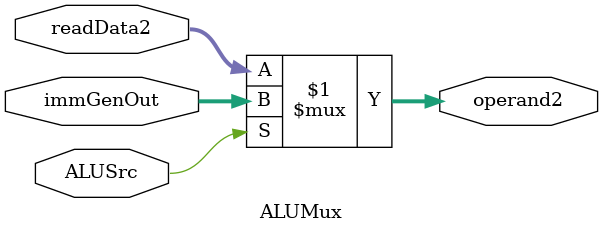
<source format=v>
`timescale 1ns / 1ps

module ALU (
    input [31:0] readData1,
    input [31:0] readData2,
    input [31:0] immGenOut,
    input [2:0] funct3,
    input [1:0] ALUOp,
    input i30,
    input ALUSrc,

    output [31:0] result,
    output zeroFlag,
    output [3:0] ALUControl_out
);

  wire [ 3:0] ALUControl;
  wire [31:0] operand2;

  ALUControlUnit aluControlUnit (
      .i30(i30),
      .funct3(funct3),
      .ALUOp(ALUOp),
      .ALUControl(ALUControl)
  );

  ALUMux aluMux (
      .readData2(readData2),
      .immGenOut(immGenOut),
      .ALUSrc(ALUSrc),
      .operand2(operand2)
  );

  ALUCore aluCore (
      .ALUControl(ALUControl),
      .operand1(readData1),
      .operand2(operand2),
      .result(result),
      .zeroFlag(zeroFlag)
  );

  assign ALUControl_out = ALUControl;

endmodule


module ALUCore (
    input [ 3:0] ALUControl,
    input [31:0] operand1,
    input [31:0] operand2,

    output reg [31:0] result,
    output reg zeroFlag
);

  always @(*) begin
    case (ALUControl)
      4'b0000: result = operand1 & operand2;  // and
      4'b0001: result = operand1 | operand2;  // or
      4'b0010: result = operand1 + operand2;  // add
      4'b0011: result = operand1 - operand2;  // sub
      4'b0100: result = operand1 - operand2;  // bge
      4'b0101: result = operand1 - operand2;  // blt
      4'b0110: result = operand1 - operand2;  // beq
      4'b0111: result = operand1 - operand2;  // bne
      4'b1000: result = operand1 << operand2;  // slli/sll
      4'b1001: result = operand1 >> operand2;  // srli/srl
      4'b1010: result = $signed($signed(operand1) >>> operand2);  // sra
      4'b1111: result = operand1 + operand2;  // jal/jalr
      default: result = 32'b0;
    endcase

    case (ALUControl)
      4'b0111: zeroFlag = (result != 32'b0);  // bne
      4'b0110: zeroFlag = (result == 32'b0);  // beq
      4'b0100: zeroFlag = ($signed(result) >= 0);  // bge
      4'b0101: zeroFlag = ($signed(result) < 0);  // blt
      default: zeroFlag = (result == 32'b0);  // Default zero flag for other operations
    endcase

    // // DEBUG: ALU
    // case (ALUControl)
    //   4'b0111: begin
    //     $display("ALU Operation: bne, Result: %h, Zero Flag: %b", result, zeroFlag);
    //     $display("operand1: %h, operand2: %h", operand1, operand2);
    //   end
    //   4'b0110: begin
    //     $display("ALU Operation: beq, Result: %h, Zero Flag: %b", result, zeroFlag);
    //     $display("operand1: %h, operand2: %h", operand1, operand2);
    //   end
    //   4'b0100: begin
    //     $display("ALU Operation: bge, Result: %h, Zero Flag: %b", result, zeroFlag);
    //     $display("operand1: %h, operand2: %h", operand1, operand2);
    //   end
    //   4'b0101: begin
    //     $display("ALU Operation: blt, Result: %h, Zero Flag: %b", result, zeroFlag);
    //     $display("operand1: %h, operand2: %h", operand1, operand2);
    //   end
    // endcase
  end

endmodule


module ALUControlUnit (
    input i30,
    input [2:0] funct3,
    input [1:0] ALUOp,

    output reg [3:0] ALUControl
);

  // https://www.cs.sfu.ca/~ashriram/Courses/CS295/assets/notebooks/RISCV/RISCV_CARD.pdf

  always @(*) begin
    case (ALUOp)
      // addi, andi, slli, srli, lw, lb, lbu, sw, sb
      2'b00: begin
        case (funct3)
          3'b000:  ALUControl = 4'b0010;  // addi, lb, sb
          3'b001:  ALUControl = 4'b1000;  // slli
          3'b010:  ALUControl = 4'b0010;  // lw, sw
          3'b100:  ALUControl = 4'b0010;  // lbu
          3'b101:  ALUControl = 4'b1001;  // srli
          3'b111:  ALUControl = 4'b0000;  // andi
          default: ALUControl = 4'b0000;
        endcase
      end

      // beq, bne, bge, blt
      2'b01: begin  // Branch operations
        case (funct3)
          3'b000:  ALUControl = 4'b0110;  // beq
          3'b001:  ALUControl = 4'b0110;  // bne
          3'b101:  ALUControl = 4'b0100;  // bge
          3'b100:  ALUControl = 4'b0101;  // blt
          default: ALUControl = 4'b0000;
        endcase
      end

      // add, sub, sll, srl, sra, and, or
      2'b10: begin
        case (funct3)
          3'b000:  ALUControl = i30 ? 4'b0110 : 4'b0010;  // sub/add based on i[30]
          3'b001:  ALUControl = 4'b1000;  // sll
          3'b101:  ALUControl = i30 ? 4'b1010 : 4'b1001;  // sra/srl based on i[30]
          3'b111:  ALUControl = 4'b0000;  // and
          3'b110:  ALUControl = 4'b0001;  // or
          default: ALUControl = 4'b0000;
        endcase
      end

      // jal, jalr
      2'b11: begin
        ALUControl = 4'b1111;  // jal, jalr
      end

      default: ALUControl = 4'b0000;
    endcase
  end

endmodule


module ALUMux (
    input [31:0] readData2,
    input [31:0] immGenOut,
    input ALUSrc,

    output [31:0] operand2
);

  assign operand2 = ALUSrc ? immGenOut : readData2;

endmodule

</source>
